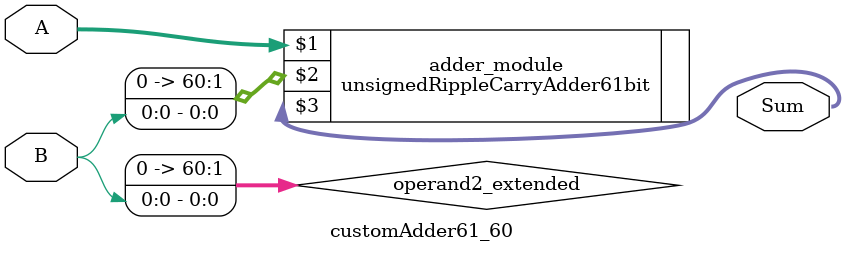
<source format=v>
module customAdder61_60(
                        input [60 : 0] A,
                        input [0 : 0] B,
                        
                        output [61 : 0] Sum
                );

        wire [60 : 0] operand2_extended;
        
        assign operand2_extended =  {60'b0, B};
        
        unsignedRippleCarryAdder61bit adder_module(
            A,
            operand2_extended,
            Sum
        );
        
        endmodule
        
</source>
